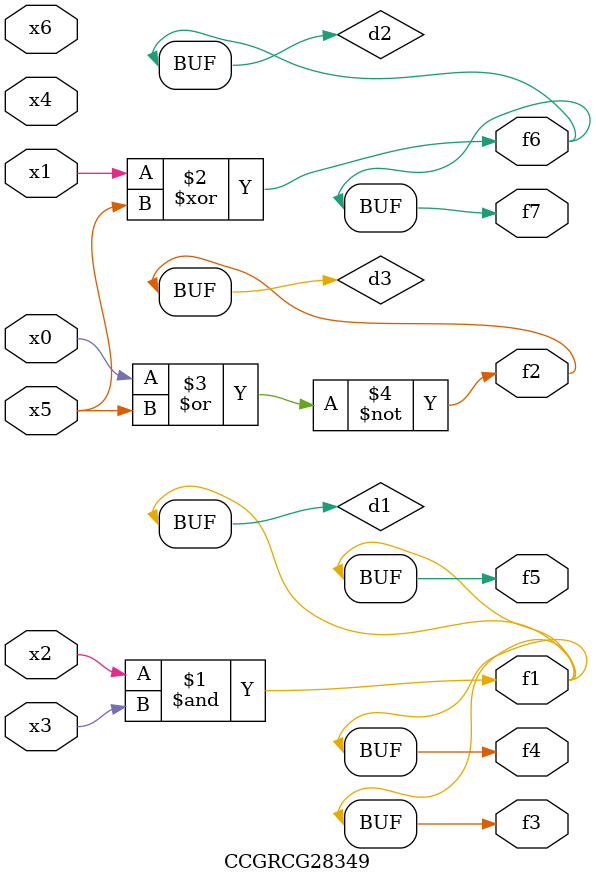
<source format=v>
module CCGRCG28349(
	input x0, x1, x2, x3, x4, x5, x6,
	output f1, f2, f3, f4, f5, f6, f7
);

	wire d1, d2, d3;

	and (d1, x2, x3);
	xor (d2, x1, x5);
	nor (d3, x0, x5);
	assign f1 = d1;
	assign f2 = d3;
	assign f3 = d1;
	assign f4 = d1;
	assign f5 = d1;
	assign f6 = d2;
	assign f7 = d2;
endmodule

</source>
